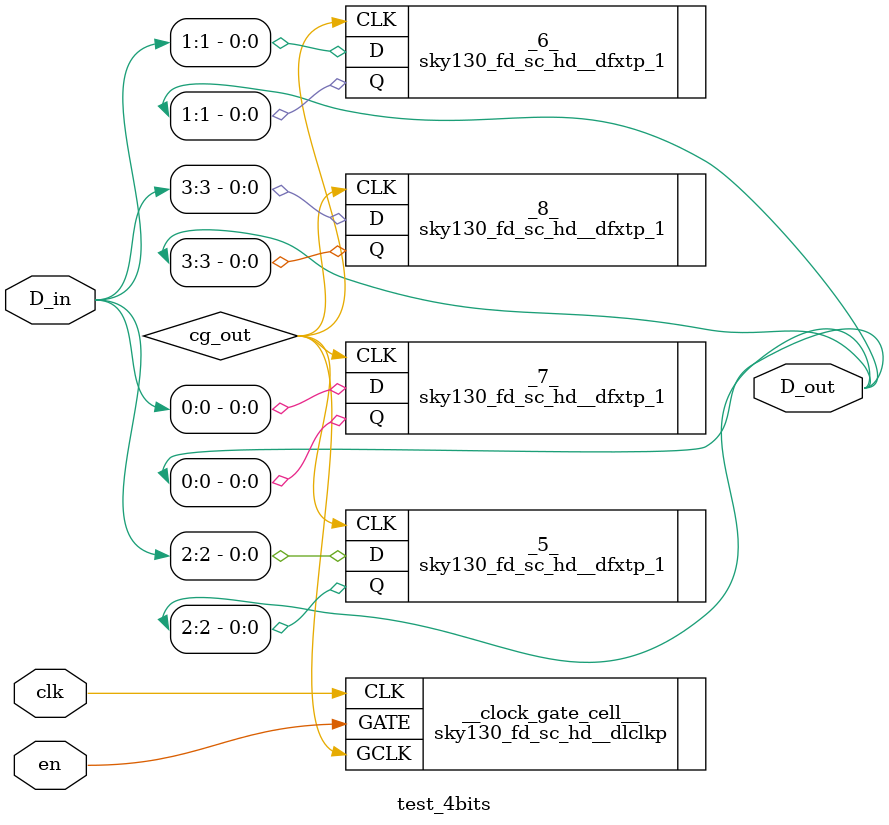
<source format=v>


module test_4bits
(
  D_in,
  clk,
  en,
  D_out
);

  wire cg_out;
  wire [3:0] _0_;
  input [3:0] D_in;
  output [3:0] D_out;
  input clk;
  input en;

  sky130_fd_sc_hd__dlclkp
  __clock_gate_cell__
  (
    .GCLK(cg_out),
    .GATE(en),
    .CLK(clk)
  );


  sky130_fd_sc_hd__dfxtp_1
  _5_
  (
    .CLK(cg_out),
    .D(D_in[2]),
    .Q(D_out[2])
  );


  sky130_fd_sc_hd__dfxtp_1
  _6_
  (
    .CLK(cg_out),
    .D(D_in[1]),
    .Q(D_out[1])
  );


  sky130_fd_sc_hd__dfxtp_1
  _7_
  (
    .CLK(cg_out),
    .D(D_in[0]),
    .Q(D_out[0])
  );


  sky130_fd_sc_hd__dfxtp_1
  _8_
  (
    .CLK(cg_out),
    .D(D_in[3]),
    .Q(D_out[3])
  );


endmodule


</source>
